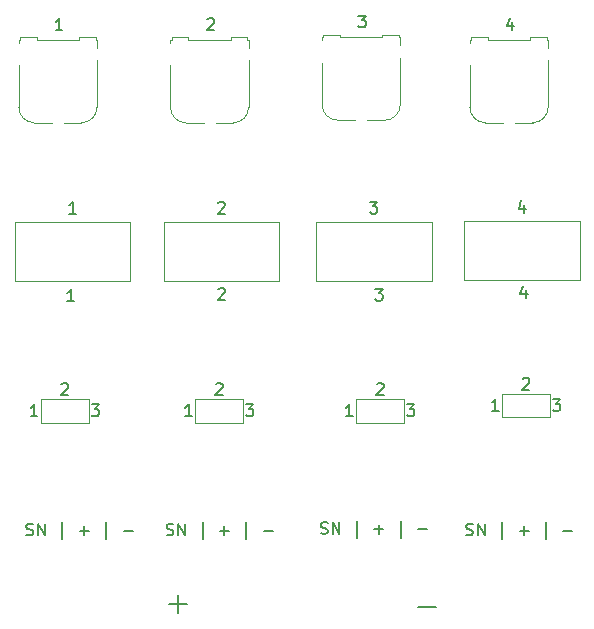
<source format=gbr>
G04 #@! TF.GenerationSoftware,KiCad,Pcbnew,(5.1.2)-1*
G04 #@! TF.CreationDate,2019-06-07T19:51:13-04:00*
G04 #@! TF.ProjectId,version-0-2,76657273-696f-46e2-9d30-2d322e6b6963,rev?*
G04 #@! TF.SameCoordinates,Original*
G04 #@! TF.FileFunction,Legend,Top*
G04 #@! TF.FilePolarity,Positive*
%FSLAX46Y46*%
G04 Gerber Fmt 4.6, Leading zero omitted, Abs format (unit mm)*
G04 Created by KiCad (PCBNEW (5.1.2)-1) date 2019-06-07 19:51:13*
%MOMM*%
%LPD*%
G04 APERTURE LIST*
%ADD10C,0.120000*%
%ADD11C,0.150000*%
G04 APERTURE END LIST*
D10*
X110014800Y-149069300D02*
X110014800Y-147069300D01*
X114114800Y-149069300D02*
X110014800Y-149069300D01*
X114114800Y-147069300D02*
X114114800Y-149069300D01*
X110014800Y-147069300D02*
X114114800Y-147069300D01*
X97667860Y-149526500D02*
X97667860Y-147526500D01*
X101767860Y-149526500D02*
X97667860Y-149526500D01*
X101767860Y-147526500D02*
X101767860Y-149526500D01*
X97667860Y-147526500D02*
X101767860Y-147526500D01*
X84040760Y-149526500D02*
X84040760Y-147526500D01*
X88140760Y-149526500D02*
X84040760Y-149526500D01*
X88140760Y-147526500D02*
X88140760Y-149526500D01*
X84040760Y-147526500D02*
X88140760Y-147526500D01*
X70962300Y-147526500D02*
X75062300Y-147526500D01*
X75062300Y-147526500D02*
X75062300Y-149526500D01*
X75062300Y-149526500D02*
X70962300Y-149526500D01*
X70962300Y-149526500D02*
X70962300Y-147526500D01*
X116606900Y-132410040D02*
X116606900Y-137480040D01*
X106836900Y-132410040D02*
X106836900Y-137480040D01*
X106836900Y-137480040D02*
X116606900Y-137480040D01*
X106836900Y-132410040D02*
X116606900Y-132410040D01*
X104074540Y-132501480D02*
X104074540Y-137571480D01*
X94304540Y-132501480D02*
X94304540Y-137571480D01*
X94304540Y-137571480D02*
X104074540Y-137571480D01*
X94304540Y-132501480D02*
X104074540Y-132501480D01*
X91178960Y-132501480D02*
X91178960Y-137571480D01*
X81408960Y-132501480D02*
X81408960Y-137571480D01*
X81408960Y-137571480D02*
X91178960Y-137571480D01*
X81408960Y-132501480D02*
X91178960Y-132501480D01*
X78557700Y-132501480D02*
X78557700Y-137571480D01*
X68787700Y-132501480D02*
X68787700Y-137571480D01*
X68787700Y-137571480D02*
X78557700Y-137571480D01*
X68787700Y-132501480D02*
X78557700Y-132501480D01*
X88580980Y-117110820D02*
X88580980Y-117800820D01*
X88480980Y-117110820D02*
X88580980Y-117110820D01*
X81960980Y-117110820D02*
X81960980Y-117360820D01*
X82060980Y-117110820D02*
X81960980Y-117110820D01*
X82060980Y-116910820D02*
X82060980Y-117110820D01*
X83480980Y-117110820D02*
X83480980Y-116910820D01*
X88580980Y-122820820D02*
G75*
G02X87270980Y-124130820I-1310000J0D01*
G01*
X83270980Y-124130820D02*
G75*
G02X81960980Y-122820820I0J1310000D01*
G01*
X87270980Y-124130820D02*
X85780980Y-124130820D01*
X88580980Y-118840820D02*
X88580980Y-122820820D01*
X81960980Y-122820820D02*
X81960980Y-119280820D01*
X84760980Y-124130820D02*
X83270980Y-124130820D01*
X88480980Y-116910820D02*
X88480980Y-117110820D01*
X87060980Y-116910820D02*
X88480980Y-116910820D01*
X87060980Y-117110820D02*
X87060980Y-116910820D01*
X83480980Y-117110820D02*
X87060980Y-117110820D01*
X82060980Y-116910820D02*
X83480980Y-116910820D01*
X107412720Y-116910820D02*
X108832720Y-116910820D01*
X108832720Y-117110820D02*
X112412720Y-117110820D01*
X112412720Y-117110820D02*
X112412720Y-116910820D01*
X112412720Y-116910820D02*
X113832720Y-116910820D01*
X113832720Y-116910820D02*
X113832720Y-117110820D01*
X110112720Y-124130820D02*
X108622720Y-124130820D01*
X107312720Y-122820820D02*
X107312720Y-119280820D01*
X113932720Y-118840820D02*
X113932720Y-122820820D01*
X112622720Y-124130820D02*
X111132720Y-124130820D01*
X108622720Y-124130820D02*
G75*
G02X107312720Y-122820820I0J1310000D01*
G01*
X113932720Y-122820820D02*
G75*
G02X112622720Y-124130820I-1310000J0D01*
G01*
X108832720Y-117110820D02*
X108832720Y-116910820D01*
X107412720Y-116910820D02*
X107412720Y-117110820D01*
X107412720Y-117110820D02*
X107312720Y-117110820D01*
X107312720Y-117110820D02*
X107312720Y-117360820D01*
X113832720Y-117110820D02*
X113932720Y-117110820D01*
X113932720Y-117110820D02*
X113932720Y-117800820D01*
X94900680Y-116692380D02*
X96320680Y-116692380D01*
X96320680Y-116892380D02*
X99900680Y-116892380D01*
X99900680Y-116892380D02*
X99900680Y-116692380D01*
X99900680Y-116692380D02*
X101320680Y-116692380D01*
X101320680Y-116692380D02*
X101320680Y-116892380D01*
X97600680Y-123912380D02*
X96110680Y-123912380D01*
X94800680Y-122602380D02*
X94800680Y-119062380D01*
X101420680Y-118622380D02*
X101420680Y-122602380D01*
X100110680Y-123912380D02*
X98620680Y-123912380D01*
X96110680Y-123912380D02*
G75*
G02X94800680Y-122602380I0J1310000D01*
G01*
X101420680Y-122602380D02*
G75*
G02X100110680Y-123912380I-1310000J0D01*
G01*
X96320680Y-116892380D02*
X96320680Y-116692380D01*
X94900680Y-116692380D02*
X94900680Y-116892380D01*
X94900680Y-116892380D02*
X94800680Y-116892380D01*
X94800680Y-116892380D02*
X94800680Y-117142380D01*
X101320680Y-116892380D02*
X101420680Y-116892380D01*
X101420680Y-116892380D02*
X101420680Y-117582380D01*
X69218740Y-116910820D02*
X70638740Y-116910820D01*
X70638740Y-117110820D02*
X74218740Y-117110820D01*
X74218740Y-117110820D02*
X74218740Y-116910820D01*
X74218740Y-116910820D02*
X75638740Y-116910820D01*
X75638740Y-116910820D02*
X75638740Y-117110820D01*
X71918740Y-124130820D02*
X70428740Y-124130820D01*
X69118740Y-122820820D02*
X69118740Y-119280820D01*
X75738740Y-118840820D02*
X75738740Y-122820820D01*
X74428740Y-124130820D02*
X72938740Y-124130820D01*
X70428740Y-124130820D02*
G75*
G02X69118740Y-122820820I0J1310000D01*
G01*
X75738740Y-122820820D02*
G75*
G02X74428740Y-124130820I-1310000J0D01*
G01*
X70638740Y-117110820D02*
X70638740Y-116910820D01*
X69218740Y-116910820D02*
X69218740Y-117110820D01*
X69218740Y-117110820D02*
X69118740Y-117110820D01*
X69118740Y-117110820D02*
X69118740Y-117360820D01*
X75638740Y-117110820D02*
X75738740Y-117110820D01*
X75738740Y-117110820D02*
X75738740Y-117800820D01*
D11*
X102905655Y-165095537D02*
X104429464Y-165095537D01*
X81818575Y-164887257D02*
X83342384Y-164887257D01*
X82580480Y-165649161D02*
X82580480Y-164125352D01*
X106997430Y-159022681D02*
X107140287Y-159070300D01*
X107378382Y-159070300D01*
X107473620Y-159022681D01*
X107521240Y-158975062D01*
X107568859Y-158879824D01*
X107568859Y-158784586D01*
X107521240Y-158689348D01*
X107473620Y-158641729D01*
X107378382Y-158594110D01*
X107187906Y-158546491D01*
X107092668Y-158498872D01*
X107045049Y-158451253D01*
X106997430Y-158356015D01*
X106997430Y-158260777D01*
X107045049Y-158165539D01*
X107092668Y-158117920D01*
X107187906Y-158070300D01*
X107426001Y-158070300D01*
X107568859Y-158117920D01*
X107997430Y-159070300D02*
X107997430Y-158070300D01*
X108568859Y-159070300D01*
X108568859Y-158070300D01*
X110045049Y-159403634D02*
X110045049Y-157975062D01*
X111521240Y-158689348D02*
X112283144Y-158689348D01*
X111902192Y-159070300D02*
X111902192Y-158308396D01*
X113759335Y-159403634D02*
X113759335Y-157975062D01*
X115235525Y-158689348D02*
X115997430Y-158689348D01*
X94691130Y-158895681D02*
X94833987Y-158943300D01*
X95072082Y-158943300D01*
X95167320Y-158895681D01*
X95214940Y-158848062D01*
X95262559Y-158752824D01*
X95262559Y-158657586D01*
X95214940Y-158562348D01*
X95167320Y-158514729D01*
X95072082Y-158467110D01*
X94881606Y-158419491D01*
X94786368Y-158371872D01*
X94738749Y-158324253D01*
X94691130Y-158229015D01*
X94691130Y-158133777D01*
X94738749Y-158038539D01*
X94786368Y-157990920D01*
X94881606Y-157943300D01*
X95119701Y-157943300D01*
X95262559Y-157990920D01*
X95691130Y-158943300D02*
X95691130Y-157943300D01*
X96262559Y-158943300D01*
X96262559Y-157943300D01*
X97738749Y-159276634D02*
X97738749Y-157848062D01*
X99214940Y-158562348D02*
X99976844Y-158562348D01*
X99595892Y-158943300D02*
X99595892Y-158181396D01*
X101453035Y-159276634D02*
X101453035Y-157848062D01*
X102929225Y-158562348D02*
X103691130Y-158562348D01*
X81630450Y-159022681D02*
X81773307Y-159070300D01*
X82011402Y-159070300D01*
X82106640Y-159022681D01*
X82154260Y-158975062D01*
X82201879Y-158879824D01*
X82201879Y-158784586D01*
X82154260Y-158689348D01*
X82106640Y-158641729D01*
X82011402Y-158594110D01*
X81820926Y-158546491D01*
X81725688Y-158498872D01*
X81678069Y-158451253D01*
X81630450Y-158356015D01*
X81630450Y-158260777D01*
X81678069Y-158165539D01*
X81725688Y-158117920D01*
X81820926Y-158070300D01*
X82059021Y-158070300D01*
X82201879Y-158117920D01*
X82630450Y-159070300D02*
X82630450Y-158070300D01*
X83201879Y-159070300D01*
X83201879Y-158070300D01*
X84678069Y-159403634D02*
X84678069Y-157975062D01*
X86154260Y-158689348D02*
X86916164Y-158689348D01*
X86535212Y-159070300D02*
X86535212Y-158308396D01*
X88392355Y-159403634D02*
X88392355Y-157975062D01*
X89868545Y-158689348D02*
X90630450Y-158689348D01*
X69761030Y-159022681D02*
X69903887Y-159070300D01*
X70141982Y-159070300D01*
X70237220Y-159022681D01*
X70284840Y-158975062D01*
X70332459Y-158879824D01*
X70332459Y-158784586D01*
X70284840Y-158689348D01*
X70237220Y-158641729D01*
X70141982Y-158594110D01*
X69951506Y-158546491D01*
X69856268Y-158498872D01*
X69808649Y-158451253D01*
X69761030Y-158356015D01*
X69761030Y-158260777D01*
X69808649Y-158165539D01*
X69856268Y-158117920D01*
X69951506Y-158070300D01*
X70189601Y-158070300D01*
X70332459Y-158117920D01*
X70761030Y-159070300D02*
X70761030Y-158070300D01*
X71332459Y-159070300D01*
X71332459Y-158070300D01*
X72808649Y-159403634D02*
X72808649Y-157975062D01*
X74284840Y-158689348D02*
X75046744Y-158689348D01*
X74665792Y-159070300D02*
X74665792Y-158308396D01*
X76522935Y-159403634D02*
X76522935Y-157975062D01*
X77999125Y-158689348D02*
X78761030Y-158689348D01*
X111779085Y-145816919D02*
X111826704Y-145769300D01*
X111921942Y-145721680D01*
X112160038Y-145721680D01*
X112255276Y-145769300D01*
X112302895Y-145816919D01*
X112350514Y-145912157D01*
X112350514Y-146007395D01*
X112302895Y-146150252D01*
X111731466Y-146721680D01*
X112350514Y-146721680D01*
X114331466Y-147521680D02*
X114950514Y-147521680D01*
X114617180Y-147902633D01*
X114760038Y-147902633D01*
X114855276Y-147950252D01*
X114902895Y-147997871D01*
X114950514Y-148093109D01*
X114950514Y-148331204D01*
X114902895Y-148426442D01*
X114855276Y-148474061D01*
X114760038Y-148521680D01*
X114474323Y-148521680D01*
X114379085Y-148474061D01*
X114331466Y-148426442D01*
X109750514Y-148521680D02*
X109179085Y-148521680D01*
X109464800Y-148521680D02*
X109464800Y-147521680D01*
X109369561Y-147664538D01*
X109274323Y-147759776D01*
X109179085Y-147807395D01*
X99432145Y-146274119D02*
X99479764Y-146226500D01*
X99575002Y-146178880D01*
X99813098Y-146178880D01*
X99908336Y-146226500D01*
X99955955Y-146274119D01*
X100003574Y-146369357D01*
X100003574Y-146464595D01*
X99955955Y-146607452D01*
X99384526Y-147178880D01*
X100003574Y-147178880D01*
X101984526Y-147978880D02*
X102603574Y-147978880D01*
X102270240Y-148359833D01*
X102413098Y-148359833D01*
X102508336Y-148407452D01*
X102555955Y-148455071D01*
X102603574Y-148550309D01*
X102603574Y-148788404D01*
X102555955Y-148883642D01*
X102508336Y-148931261D01*
X102413098Y-148978880D01*
X102127383Y-148978880D01*
X102032145Y-148931261D01*
X101984526Y-148883642D01*
X97403574Y-148978880D02*
X96832145Y-148978880D01*
X97117860Y-148978880D02*
X97117860Y-147978880D01*
X97022621Y-148121738D01*
X96927383Y-148216976D01*
X96832145Y-148264595D01*
X85805045Y-146274119D02*
X85852664Y-146226500D01*
X85947902Y-146178880D01*
X86185998Y-146178880D01*
X86281236Y-146226500D01*
X86328855Y-146274119D01*
X86376474Y-146369357D01*
X86376474Y-146464595D01*
X86328855Y-146607452D01*
X85757426Y-147178880D01*
X86376474Y-147178880D01*
X88357426Y-147978880D02*
X88976474Y-147978880D01*
X88643140Y-148359833D01*
X88785998Y-148359833D01*
X88881236Y-148407452D01*
X88928855Y-148455071D01*
X88976474Y-148550309D01*
X88976474Y-148788404D01*
X88928855Y-148883642D01*
X88881236Y-148931261D01*
X88785998Y-148978880D01*
X88500283Y-148978880D01*
X88405045Y-148931261D01*
X88357426Y-148883642D01*
X83776474Y-148978880D02*
X83205045Y-148978880D01*
X83490760Y-148978880D02*
X83490760Y-147978880D01*
X83395521Y-148121738D01*
X83300283Y-148216976D01*
X83205045Y-148264595D01*
X72726585Y-146274119D02*
X72774204Y-146226500D01*
X72869442Y-146178880D01*
X73107538Y-146178880D01*
X73202776Y-146226500D01*
X73250395Y-146274119D01*
X73298014Y-146369357D01*
X73298014Y-146464595D01*
X73250395Y-146607452D01*
X72678966Y-147178880D01*
X73298014Y-147178880D01*
X70698014Y-148978880D02*
X70126585Y-148978880D01*
X70412300Y-148978880D02*
X70412300Y-147978880D01*
X70317061Y-148121738D01*
X70221823Y-148216976D01*
X70126585Y-148264595D01*
X75278966Y-147978880D02*
X75898014Y-147978880D01*
X75564680Y-148359833D01*
X75707538Y-148359833D01*
X75802776Y-148407452D01*
X75850395Y-148455071D01*
X75898014Y-148550309D01*
X75898014Y-148788404D01*
X75850395Y-148883642D01*
X75802776Y-148931261D01*
X75707538Y-148978880D01*
X75421823Y-148978880D01*
X75326585Y-148931261D01*
X75278966Y-148883642D01*
X112072396Y-138312234D02*
X112072396Y-138978900D01*
X111834300Y-137931281D02*
X111596205Y-138645567D01*
X112215253Y-138645567D01*
X99305786Y-138189720D02*
X99924834Y-138189720D01*
X99591500Y-138570673D01*
X99734358Y-138570673D01*
X99829596Y-138618292D01*
X99877215Y-138665911D01*
X99924834Y-138761149D01*
X99924834Y-138999244D01*
X99877215Y-139094482D01*
X99829596Y-139142101D01*
X99734358Y-139189720D01*
X99448643Y-139189720D01*
X99353405Y-139142101D01*
X99305786Y-139094482D01*
X86008245Y-138231619D02*
X86055864Y-138184000D01*
X86151102Y-138136380D01*
X86389198Y-138136380D01*
X86484436Y-138184000D01*
X86532055Y-138231619D01*
X86579674Y-138326857D01*
X86579674Y-138422095D01*
X86532055Y-138564952D01*
X85960626Y-139136380D01*
X86579674Y-139136380D01*
X73813634Y-139240520D02*
X73242205Y-139240520D01*
X73527920Y-139240520D02*
X73527920Y-138240520D01*
X73432681Y-138383378D01*
X73337443Y-138478616D01*
X73242205Y-138526235D01*
X111912376Y-131065754D02*
X111912376Y-131732420D01*
X111674280Y-130684801D02*
X111436185Y-131399087D01*
X112055233Y-131399087D01*
X98856206Y-130823860D02*
X99475254Y-130823860D01*
X99141920Y-131204813D01*
X99284778Y-131204813D01*
X99380016Y-131252432D01*
X99427635Y-131300051D01*
X99475254Y-131395289D01*
X99475254Y-131633384D01*
X99427635Y-131728622D01*
X99380016Y-131776241D01*
X99284778Y-131823860D01*
X98999063Y-131823860D01*
X98903825Y-131776241D01*
X98856206Y-131728622D01*
X86008245Y-130919099D02*
X86055864Y-130871480D01*
X86151102Y-130823860D01*
X86389198Y-130823860D01*
X86484436Y-130871480D01*
X86532055Y-130919099D01*
X86579674Y-131014337D01*
X86579674Y-131109575D01*
X86532055Y-131252432D01*
X85960626Y-131823860D01*
X86579674Y-131823860D01*
X73958414Y-131823860D02*
X73386985Y-131823860D01*
X73672700Y-131823860D02*
X73672700Y-130823860D01*
X73577461Y-130966718D01*
X73482223Y-131061956D01*
X73386985Y-131109575D01*
X85085265Y-115368439D02*
X85132884Y-115320820D01*
X85228122Y-115273200D01*
X85466218Y-115273200D01*
X85561456Y-115320820D01*
X85609075Y-115368439D01*
X85656694Y-115463677D01*
X85656694Y-115558915D01*
X85609075Y-115701772D01*
X85037646Y-116273200D01*
X85656694Y-116273200D01*
X110913196Y-115606534D02*
X110913196Y-116273200D01*
X110675100Y-115225581D02*
X110437005Y-115939867D01*
X111056053Y-115939867D01*
X97877346Y-115054760D02*
X98496394Y-115054760D01*
X98163060Y-115435713D01*
X98305918Y-115435713D01*
X98401156Y-115483332D01*
X98448775Y-115530951D01*
X98496394Y-115626189D01*
X98496394Y-115864284D01*
X98448775Y-115959522D01*
X98401156Y-116007141D01*
X98305918Y-116054760D01*
X98020203Y-116054760D01*
X97924965Y-116007141D01*
X97877346Y-115959522D01*
X72814454Y-116273200D02*
X72243025Y-116273200D01*
X72528740Y-116273200D02*
X72528740Y-115273200D01*
X72433501Y-115416058D01*
X72338263Y-115511296D01*
X72243025Y-115558915D01*
M02*

</source>
